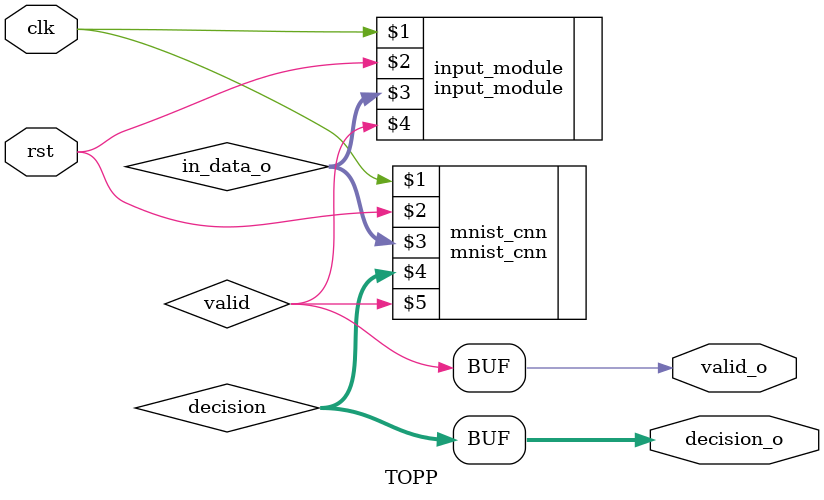
<source format=v>
`timescale 1ns / 1ps


module TOPP( 

    clk, rst,
    decision_o, valid_o

    );
    
    input clk, rst;
    output [3:0] decision_o;
    output valid_o;
    
    wire [7:0] in_data_o;
    wire valid;
    
    wire [3:0] decision;
    
   
    
    input_module input_module(

    clk, rst, in_data_o, valid
   
   );
   
   mnist_cnn mnist_cnn(
   clk, rst, in_data_o,
   
   decision, valid
);
    assign valid_o = valid;
    assign decision_o = decision;
   
endmodule

</source>
